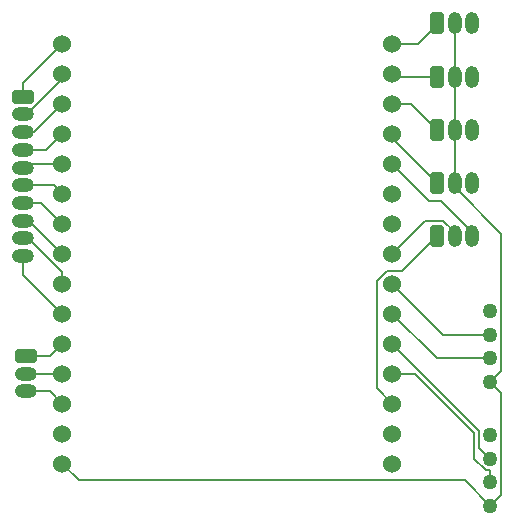
<source format=gbr>
%TF.GenerationSoftware,KiCad,Pcbnew,8.0.6*%
%TF.CreationDate,2025-03-28T19:17:51-04:00*%
%TF.ProjectId,Microcontroller boards,4d696372-6f63-46f6-9e74-726f6c6c6572,rev?*%
%TF.SameCoordinates,Original*%
%TF.FileFunction,Copper,L1,Top*%
%TF.FilePolarity,Positive*%
%FSLAX46Y46*%
G04 Gerber Fmt 4.6, Leading zero omitted, Abs format (unit mm)*
G04 Created by KiCad (PCBNEW 8.0.6) date 2025-03-28 19:17:51*
%MOMM*%
%LPD*%
G01*
G04 APERTURE LIST*
G04 Aperture macros list*
%AMRoundRect*
0 Rectangle with rounded corners*
0 $1 Rounding radius*
0 $2 $3 $4 $5 $6 $7 $8 $9 X,Y pos of 4 corners*
0 Add a 4 corners polygon primitive as box body*
4,1,4,$2,$3,$4,$5,$6,$7,$8,$9,$2,$3,0*
0 Add four circle primitives for the rounded corners*
1,1,$1+$1,$2,$3*
1,1,$1+$1,$4,$5*
1,1,$1+$1,$6,$7*
1,1,$1+$1,$8,$9*
0 Add four rect primitives between the rounded corners*
20,1,$1+$1,$2,$3,$4,$5,0*
20,1,$1+$1,$4,$5,$6,$7,0*
20,1,$1+$1,$6,$7,$8,$9,0*
20,1,$1+$1,$8,$9,$2,$3,0*%
G04 Aperture macros list end*
%TA.AperFunction,ComponentPad*%
%ADD10RoundRect,0.250000X-0.685000X0.335000X-0.685000X-0.335000X0.685000X-0.335000X0.685000X0.335000X0*%
%TD*%
%TA.AperFunction,ComponentPad*%
%ADD11O,1.870000X1.170000*%
%TD*%
%TA.AperFunction,ComponentPad*%
%ADD12RoundRect,0.250000X-0.335000X-0.685000X0.335000X-0.685000X0.335000X0.685000X-0.335000X0.685000X0*%
%TD*%
%TA.AperFunction,ComponentPad*%
%ADD13O,1.170000X1.870000*%
%TD*%
%TA.AperFunction,ComponentPad*%
%ADD14C,1.270000*%
%TD*%
%TA.AperFunction,ComponentPad*%
%ADD15C,1.524000*%
%TD*%
%TA.AperFunction,Conductor*%
%ADD16C,0.200000*%
%TD*%
G04 APERTURE END LIST*
D10*
%TO.P,J6,1,Pin_1*%
%TO.N,Net-(J6-Pin_1)*%
X99720400Y-91897200D03*
D11*
%TO.P,J6,2,Pin_2*%
%TO.N,Net-(J6-Pin_2)*%
X99720400Y-93397200D03*
%TO.P,J6,3,Pin_3*%
%TO.N,Net-(J6-Pin_3)*%
X99720400Y-94897200D03*
%TD*%
D12*
%TO.P,J5,1,Pin_1*%
%TO.N,Net-(J5-Pin_1)*%
X134500000Y-68250000D03*
D13*
%TO.P,J5,2,Pin_2*%
%TO.N,Net-(J3-Pin_2)*%
X136000000Y-68250000D03*
%TO.P,J5,3,Pin_3*%
%TO.N,GND*%
X137500000Y-68250000D03*
%TD*%
D10*
%TO.P,J10,1,Pin_1*%
%TO.N,Net-(J10-Pin_1)*%
X99491800Y-69951600D03*
D11*
%TO.P,J10,2,Pin_2*%
%TO.N,Net-(J10-Pin_2)*%
X99491800Y-71451600D03*
%TO.P,J10,3,Pin_3*%
%TO.N,Net-(J10-Pin_3)*%
X99491800Y-72951600D03*
%TO.P,J10,4,Pin_4*%
%TO.N,Net-(J10-Pin_4)*%
X99491800Y-74451600D03*
%TO.P,J10,5,Pin_5*%
%TO.N,Net-(J10-Pin_5)*%
X99491800Y-75951600D03*
%TO.P,J10,6,Pin_6*%
%TO.N,Net-(J10-Pin_6)*%
X99491800Y-77451600D03*
%TO.P,J10,7,Pin_7*%
%TO.N,Net-(J10-Pin_7)*%
X99491800Y-78951600D03*
%TO.P,J10,8,Pin_8*%
%TO.N,Net-(J10-Pin_8)*%
X99491800Y-80451600D03*
%TO.P,J10,9,Pin_9*%
%TO.N,Net-(J10-Pin_9)*%
X99491800Y-81951600D03*
%TO.P,J10,10,Pin_10*%
%TO.N,Net-(J10-Pin_10)*%
X99491800Y-83451600D03*
%TD*%
D12*
%TO.P,J3,1,Pin_1*%
%TO.N,Net-(J3-Pin_1)*%
X134500000Y-77250000D03*
D13*
%TO.P,J3,2,Pin_2*%
%TO.N,Net-(J3-Pin_2)*%
X136000000Y-77250000D03*
%TO.P,J3,3,Pin_3*%
%TO.N,GND*%
X137500000Y-77250000D03*
%TD*%
D12*
%TO.P,J4,1,Pin_1*%
%TO.N,Net-(J4-Pin_1)*%
X134500000Y-72750000D03*
D13*
%TO.P,J4,2,Pin_2*%
%TO.N,Net-(J3-Pin_2)*%
X136000000Y-72750000D03*
%TO.P,J4,3,Pin_3*%
%TO.N,GND*%
X137500000Y-72750000D03*
%TD*%
D12*
%TO.P,J8,1,Pin_1*%
%TO.N,Net-(J8-Pin_1)*%
X134500000Y-81750000D03*
D13*
%TO.P,J8,2,Pin_2*%
%TO.N,Net-(J8-Pin_2)*%
X136000000Y-81750000D03*
%TO.P,J8,3,Pin_3*%
%TO.N,Net-(J8-Pin_3)*%
X137500000Y-81750000D03*
%TD*%
D14*
%TO.P,J2,1,1*%
%TO.N,GND*%
X139017400Y-88104901D03*
%TO.P,J2,2,2*%
%TO.N,Net-(U1-D6(GPIO12))*%
X139017400Y-90104900D03*
%TO.P,J2,3,3*%
%TO.N,Net-(U1-D7(GPIO13))*%
X139017400Y-92104901D03*
%TO.P,J2,4,4*%
%TO.N,Net-(J3-Pin_2)*%
X139017400Y-94104899D03*
%TD*%
D15*
%TO.P,U1,1,A0(ADC0)*%
%TO.N,Net-(J10-Pin_1)*%
X102780000Y-65470000D03*
%TO.P,U1,2,RSV*%
%TO.N,Net-(J10-Pin_2)*%
X102780000Y-68010000D03*
%TO.P,U1,3,RSV*%
%TO.N,Net-(J10-Pin_3)*%
X102780000Y-70550000D03*
%TO.P,U1,4,SD3(GPIO10)*%
%TO.N,Net-(J10-Pin_4)*%
X102780000Y-73090000D03*
%TO.P,U1,5,SD2(GPIO9)*%
%TO.N,Net-(J10-Pin_5)*%
X102780000Y-75630000D03*
%TO.P,U1,6,SD1(MOSI)*%
%TO.N,Net-(J10-Pin_6)*%
X102780000Y-78170000D03*
%TO.P,U1,7,CMD(CS)*%
%TO.N,Net-(J10-Pin_7)*%
X102780000Y-80710000D03*
%TO.P,U1,8,SDO(MISO)*%
%TO.N,Net-(J10-Pin_8)*%
X102780000Y-83250000D03*
%TO.P,U1,9,CLK(SCLK)*%
%TO.N,Net-(J10-Pin_9)*%
X102780000Y-85790000D03*
%TO.P,U1,10,GND*%
%TO.N,Net-(J10-Pin_10)*%
X102780000Y-88330000D03*
%TO.P,U1,11,3.3V*%
%TO.N,Net-(J6-Pin_1)*%
X102780000Y-90870000D03*
%TO.P,U1,12,EN*%
%TO.N,Net-(J6-Pin_2)*%
X102780000Y-93410000D03*
%TO.P,U1,13,RST*%
%TO.N,Net-(J6-Pin_3)*%
X102780000Y-95950000D03*
%TO.P,U1,14,GND*%
%TO.N,GND*%
X102780000Y-98490000D03*
%TO.P,U1,15,VIN*%
%TO.N,Net-(J3-Pin_2)*%
X102780000Y-101030000D03*
%TO.P,U1,16,3.3V*%
%TO.N,Net-(J9-Pin_1)*%
X130720000Y-101030000D03*
%TO.P,U1,17,GND*%
%TO.N,GND*%
X130720000Y-98490000D03*
%TO.P,U1,18,TX(GPIO1)*%
%TO.N,Net-(J8-Pin_1)*%
X130720000Y-95950000D03*
%TO.P,U1,19,RX(DPIO3)*%
%TO.N,Net-(U1-RX(DPIO3))*%
X130720000Y-93410000D03*
%TO.P,U1,20,D8(GPIO15)*%
%TO.N,Net-(U1-D8(GPIO15))*%
X130720000Y-90870000D03*
%TO.P,U1,21,D7(GPIO13)*%
%TO.N,Net-(U1-D7(GPIO13))*%
X130720000Y-88330000D03*
%TO.P,U1,22,D6(GPIO12)*%
%TO.N,Net-(U1-D6(GPIO12))*%
X130720000Y-85790000D03*
%TO.P,U1,23,D5(GPIO14)*%
%TO.N,Net-(J8-Pin_2)*%
X130720000Y-83250000D03*
%TO.P,U1,24,GND*%
%TO.N,GND*%
X130720000Y-80710000D03*
%TO.P,U1,25,3.3V*%
%TO.N,Net-(J9-Pin_2)*%
X130720000Y-78170000D03*
%TO.P,U1,26,D4(GPIO2)*%
%TO.N,Net-(J8-Pin_3)*%
X130720000Y-75630000D03*
%TO.P,U1,27,D3(GPIO0)*%
%TO.N,Net-(J3-Pin_1)*%
X130720000Y-73090000D03*
%TO.P,U1,28,D2(GPIO4)*%
%TO.N,Net-(J4-Pin_1)*%
X130720000Y-70550000D03*
%TO.P,U1,29,D1(GPIO5)*%
%TO.N,Net-(J5-Pin_1)*%
X130720000Y-68010000D03*
%TO.P,U1,30,D0(GPIO16)*%
%TO.N,Net-(J7-Pin_1)*%
X130720000Y-65470000D03*
%TD*%
D12*
%TO.P,J7,1,Pin_1*%
%TO.N,Net-(J7-Pin_1)*%
X134500000Y-63750000D03*
D13*
%TO.P,J7,2,Pin_2*%
%TO.N,Net-(J3-Pin_2)*%
X136000000Y-63750000D03*
%TO.P,J7,3,Pin_3*%
%TO.N,GND*%
X137500000Y-63750000D03*
%TD*%
D14*
%TO.P,J1,1,1*%
%TO.N,unconnected-(J1-Pad1)*%
X139017400Y-98604901D03*
%TO.P,J1,2,2*%
%TO.N,Net-(U1-D8(GPIO15))*%
X139017400Y-100604900D03*
%TO.P,J1,3,3*%
%TO.N,Net-(U1-RX(DPIO3))*%
X139017400Y-102604901D03*
%TO.P,J1,4,4*%
%TO.N,Net-(J3-Pin_2)*%
X139017400Y-104604899D03*
%TD*%
D16*
%TO.N,Net-(U1-D8(GPIO15))*%
X138082400Y-99669900D02*
X138082400Y-98232400D01*
X138082400Y-98232400D02*
X130720000Y-90870000D01*
X139017400Y-100604900D02*
X138082400Y-99669900D01*
%TO.N,Net-(J3-Pin_2)*%
X139952400Y-93169899D02*
X139017400Y-94104899D01*
X104188200Y-102438200D02*
X102780000Y-101030000D01*
X139017400Y-104604899D02*
X136850701Y-102438200D01*
X139952400Y-81552400D02*
X139952400Y-93169899D01*
X136000000Y-72750000D02*
X136000000Y-77250000D01*
X136850701Y-102438200D02*
X104188200Y-102438200D01*
X136000000Y-77250000D02*
X136000000Y-77600000D01*
X136000000Y-63750000D02*
X136000000Y-68250000D01*
X139952400Y-95039899D02*
X139952400Y-103669899D01*
X139952400Y-103669899D02*
X139017400Y-104604899D01*
X136000000Y-68250000D02*
X136000000Y-72750000D01*
X139017400Y-94104899D02*
X139952400Y-95039899D01*
X136000000Y-77600000D02*
X139952400Y-81552400D01*
%TO.N,Net-(U1-RX(DPIO3))*%
X132694314Y-93410000D02*
X130720000Y-93410000D01*
X137682400Y-98398086D02*
X132694314Y-93410000D01*
X139017400Y-101539900D02*
X138630110Y-101539900D01*
X138630110Y-101539900D02*
X137682400Y-100592190D01*
X137682400Y-100592190D02*
X137682400Y-98398086D01*
X139017400Y-102604901D02*
X139017400Y-101539900D01*
%TO.N,Net-(U1-D6(GPIO12))*%
X135034900Y-90104900D02*
X130720000Y-85790000D01*
X139017400Y-90104900D02*
X135034900Y-90104900D01*
%TO.N,Net-(U1-D7(GPIO13))*%
X139017400Y-92104901D02*
X134494901Y-92104901D01*
X134494901Y-92104901D02*
X130720000Y-88330000D01*
%TO.N,Net-(J3-Pin_1)*%
X130720000Y-73470000D02*
X130720000Y-73090000D01*
X134500000Y-77250000D02*
X130720000Y-73470000D01*
%TO.N,Net-(J4-Pin_1)*%
X132300000Y-70550000D02*
X130720000Y-70550000D01*
X134500000Y-72750000D02*
X132300000Y-70550000D01*
%TO.N,Net-(J5-Pin_1)*%
X134500000Y-68250000D02*
X130960000Y-68250000D01*
X130960000Y-68250000D02*
X130720000Y-68010000D01*
%TO.N,Net-(J6-Pin_2)*%
X99720400Y-93397200D02*
X102767200Y-93397200D01*
X102767200Y-93397200D02*
X102780000Y-93410000D01*
%TO.N,Net-(J6-Pin_3)*%
X99720400Y-94897200D02*
X101727200Y-94897200D01*
X101727200Y-94897200D02*
X102780000Y-95950000D01*
%TO.N,Net-(J6-Pin_1)*%
X99720400Y-91897200D02*
X101752800Y-91897200D01*
X101752800Y-91897200D02*
X102780000Y-90870000D01*
%TO.N,Net-(J7-Pin_1)*%
X134500000Y-63750000D02*
X134500000Y-63851579D01*
X132881579Y-65470000D02*
X130720000Y-65470000D01*
X134500000Y-63851579D02*
X132881579Y-65470000D01*
%TO.N,Net-(J8-Pin_2)*%
X133502800Y-80467200D02*
X130720000Y-83250000D01*
X136000000Y-81400000D02*
X135067200Y-80467200D01*
X136000000Y-81750000D02*
X136000000Y-81400000D01*
X135067200Y-80467200D02*
X133502800Y-80467200D01*
%TO.N,Net-(J8-Pin_3)*%
X137500000Y-81750000D02*
X137500000Y-81400000D01*
X134892648Y-78792648D02*
X133882648Y-78792648D01*
X133882648Y-78792648D02*
X130720000Y-75630000D01*
X137500000Y-81400000D02*
X134892648Y-78792648D01*
%TO.N,Net-(J8-Pin_1)*%
X130280105Y-84728000D02*
X129413000Y-85595105D01*
X131522000Y-84728000D02*
X130280105Y-84728000D01*
X129413000Y-94643000D02*
X130720000Y-95950000D01*
X129413000Y-85595105D02*
X129413000Y-94643000D01*
X134500000Y-81750000D02*
X131522000Y-84728000D01*
%TO.N,Net-(J10-Pin_6)*%
X102061600Y-77451600D02*
X99491800Y-77451600D01*
X102780000Y-78170000D02*
X102061600Y-77451600D01*
%TO.N,Net-(J10-Pin_1)*%
X102702400Y-65392400D02*
X102780000Y-65470000D01*
X99491800Y-68758200D02*
X102780000Y-65470000D01*
X99491800Y-69951600D02*
X99491800Y-68758200D01*
%TO.N,Net-(J10-Pin_10)*%
X99491800Y-85041800D02*
X102780000Y-88330000D01*
X99491800Y-83451600D02*
X99491800Y-85041800D01*
%TO.N,Net-(J10-Pin_9)*%
X102780000Y-84804800D02*
X102780000Y-85790000D01*
X99926800Y-81951600D02*
X102780000Y-84804800D01*
X99491800Y-81951600D02*
X99926800Y-81951600D01*
%TO.N,Net-(J10-Pin_3)*%
X100378400Y-72951600D02*
X99491800Y-72951600D01*
X102780000Y-70550000D02*
X100378400Y-72951600D01*
%TO.N,Net-(J10-Pin_2)*%
X102780000Y-68468144D02*
X99796544Y-71451600D01*
X102780000Y-68010000D02*
X102780000Y-68468144D01*
X99796544Y-71451600D02*
X99491800Y-71451600D01*
%TO.N,Net-(J10-Pin_5)*%
X99813400Y-75630000D02*
X99491800Y-75951600D01*
X102780000Y-75185400D02*
X102780000Y-75630000D01*
X102780000Y-75630000D02*
X99813400Y-75630000D01*
%TO.N,Net-(J10-Pin_7)*%
X101021600Y-78951600D02*
X99491800Y-78951600D01*
X102780000Y-80710000D02*
X101021600Y-78951600D01*
%TO.N,Net-(J10-Pin_4)*%
X102780000Y-73090000D02*
X101418400Y-74451600D01*
X101418400Y-74451600D02*
X99491800Y-74451600D01*
%TO.N,Net-(J10-Pin_8)*%
X102780000Y-83250000D02*
X99981600Y-80451600D01*
X99981600Y-80451600D02*
X99491800Y-80451600D01*
%TD*%
M02*

</source>
